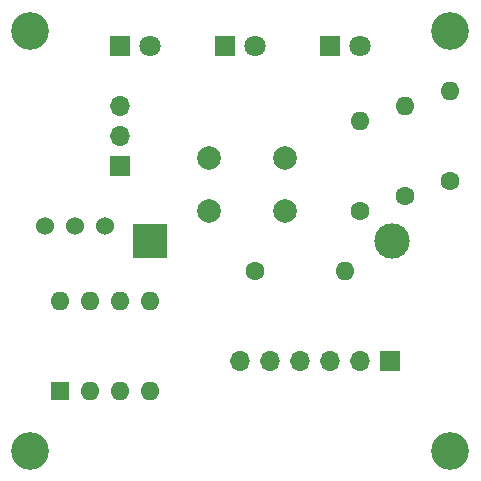
<source format=gbr>
G04 #@! TF.FileFunction,Soldermask,Top*
%FSLAX46Y46*%
G04 Gerber Fmt 4.6, Leading zero omitted, Abs format (unit mm)*
G04 Created by KiCad (PCBNEW 4.0.7-e2-6376~61~ubuntu18.04.1) date Mon Jul  2 18:50:52 2018*
%MOMM*%
%LPD*%
G01*
G04 APERTURE LIST*
%ADD10C,0.100000*%
%ADD11C,3.000000*%
%ADD12R,3.000000X3.000000*%
%ADD13R,1.600000X1.600000*%
%ADD14O,1.600000X1.600000*%
%ADD15R,1.800000X1.800000*%
%ADD16C,1.800000*%
%ADD17R,1.700000X1.700000*%
%ADD18O,1.700000X1.700000*%
%ADD19C,1.600000*%
%ADD20C,2.000000*%
%ADD21C,1.524000*%
%ADD22C,3.200000*%
G04 APERTURE END LIST*
D10*
D11*
X169080000Y-111760000D03*
D12*
X148590000Y-111760000D03*
D13*
X140970000Y-124460000D03*
D14*
X148590000Y-116840000D03*
X143510000Y-124460000D03*
X146050000Y-116840000D03*
X146050000Y-124460000D03*
X143510000Y-116840000D03*
X148590000Y-124460000D03*
X140970000Y-116840000D03*
D15*
X163830000Y-95250000D03*
D16*
X166370000Y-95250000D03*
D15*
X154940000Y-95250000D03*
D16*
X157480000Y-95250000D03*
D15*
X146050000Y-95250000D03*
D16*
X148590000Y-95250000D03*
D17*
X168910000Y-121920000D03*
D18*
X166370000Y-121920000D03*
X163830000Y-121920000D03*
X161290000Y-121920000D03*
X158750000Y-121920000D03*
X156210000Y-121920000D03*
D19*
X157480000Y-114300000D03*
D14*
X165100000Y-114300000D03*
D19*
X173990000Y-106680000D03*
D14*
X173990000Y-99060000D03*
D19*
X170180000Y-107950000D03*
D14*
X170180000Y-100330000D03*
D19*
X166370000Y-109220000D03*
D14*
X166370000Y-101600000D03*
D20*
X160020000Y-104720000D03*
X160020000Y-109220000D03*
X153520000Y-104720000D03*
X153520000Y-109220000D03*
D21*
X144780000Y-110490000D03*
X142240000Y-110490000D03*
X139700000Y-110490000D03*
D22*
X138430000Y-93980000D03*
X173990000Y-93980000D03*
X173990000Y-129540000D03*
X138430000Y-129540000D03*
D17*
X146050000Y-105410000D03*
D18*
X146050000Y-102870000D03*
X146050000Y-100330000D03*
M02*

</source>
